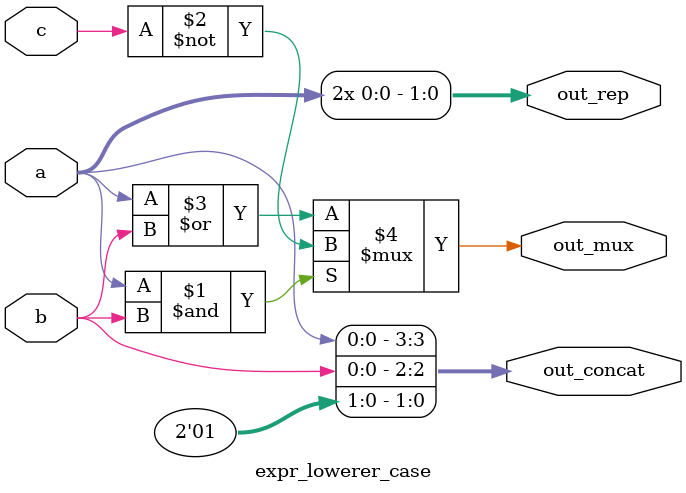
<source format=sv>
module expr_lowerer_case(
    input logic a,
    input logic b,
    input logic c,
    output logic [3:0] out_concat,
    output logic out_mux,
    output logic [1:0] out_rep
);
    assign out_concat = {a, b, 1'b0, 1'b1};
    assign out_mux = (a & b) ? ~c : (a | b);
    assign out_rep = {2{a}};
endmodule

</source>
